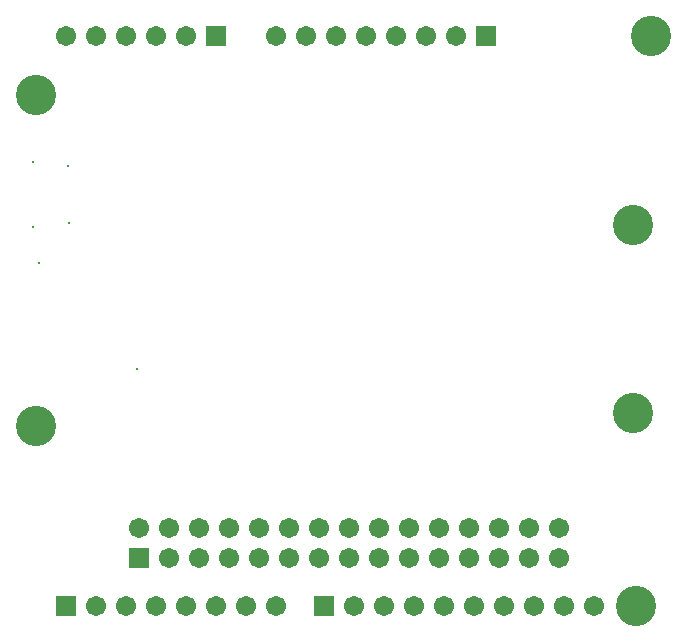
<source format=gbs>
G04*
G04 #@! TF.GenerationSoftware,Altium Limited,Altium Designer,18.1.6 (161)*
G04*
G04 Layer_Color=16711935*
%FSLAX44Y44*%
%MOMM*%
G71*
G01*
G75*
%ADD149C,3.4036*%
%ADD150C,0.2032*%
%ADD151R,1.7032X1.7032*%
%ADD152C,1.7032*%
D149*
X816670Y643100D02*
D03*
X832600Y803010D02*
D03*
X311900Y472810D02*
D03*
Y752810D02*
D03*
X816670Y483100D02*
D03*
X819900Y320410D02*
D03*
D150*
X313900Y610450D02*
D03*
X396900Y520450D02*
D03*
X308600Y641150D02*
D03*
Y695650D02*
D03*
X338700Y692650D02*
D03*
X339100Y644150D02*
D03*
D151*
X555750Y320400D02*
D03*
X337300Y320410D02*
D03*
X464300Y803010D02*
D03*
X398300Y360500D02*
D03*
X692900Y803010D02*
D03*
D152*
X581150Y320400D02*
D03*
X631950D02*
D03*
X657350D02*
D03*
X682750D02*
D03*
X708150D02*
D03*
X733550D02*
D03*
X758950D02*
D03*
X784350D02*
D03*
X606550D02*
D03*
X362700Y320410D02*
D03*
X388100D02*
D03*
X413500D02*
D03*
X438900D02*
D03*
X464300D02*
D03*
X489700D02*
D03*
X515100D02*
D03*
X438900Y803010D02*
D03*
X413500D02*
D03*
X388100D02*
D03*
X362700D02*
D03*
X337300D02*
D03*
X753900Y385900D02*
D03*
Y360500D02*
D03*
X728500Y385900D02*
D03*
Y360500D02*
D03*
X703100Y385900D02*
D03*
Y360500D02*
D03*
X677700Y385900D02*
D03*
Y360500D02*
D03*
X652300Y385900D02*
D03*
Y360500D02*
D03*
X626900Y385900D02*
D03*
Y360500D02*
D03*
X601500Y385900D02*
D03*
Y360500D02*
D03*
X576100Y385900D02*
D03*
Y360500D02*
D03*
X550700Y385900D02*
D03*
Y360500D02*
D03*
X525300Y385900D02*
D03*
Y360500D02*
D03*
X499900Y385900D02*
D03*
Y360500D02*
D03*
X474500Y385900D02*
D03*
Y360500D02*
D03*
X449100Y385900D02*
D03*
Y360500D02*
D03*
X423700Y385900D02*
D03*
Y360500D02*
D03*
X398300Y385900D02*
D03*
X667500Y803010D02*
D03*
X642100D02*
D03*
X616700D02*
D03*
X591300D02*
D03*
X565900D02*
D03*
X540500D02*
D03*
X515100D02*
D03*
M02*

</source>
